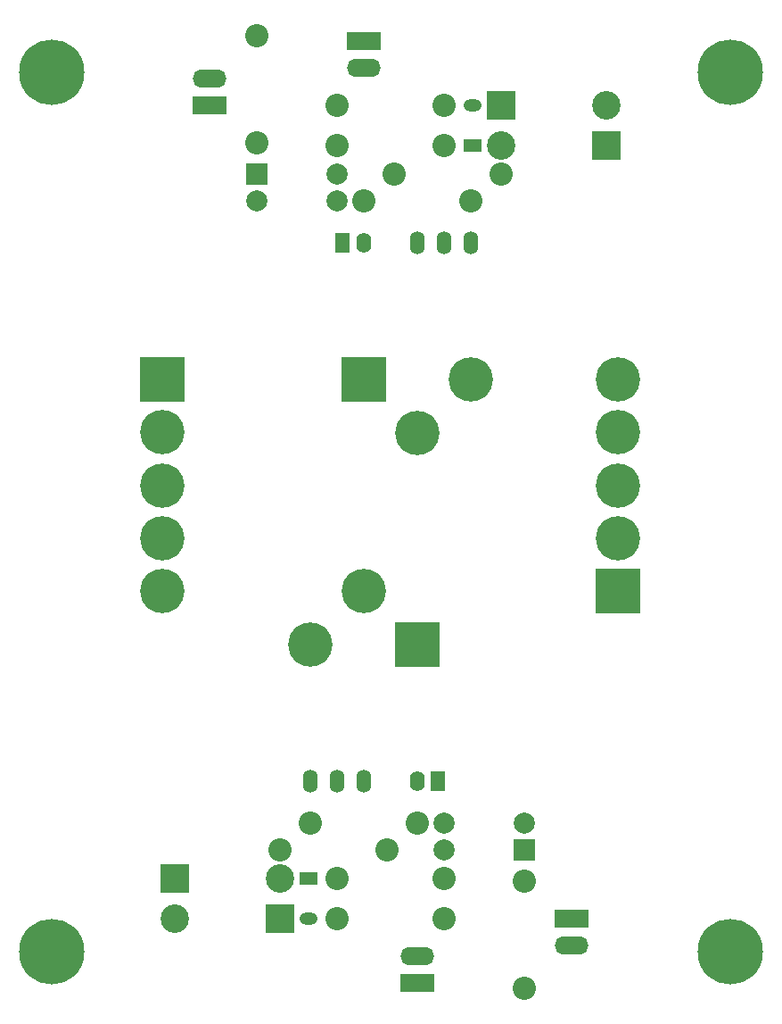
<source format=gts>
G04*
G04 #@! TF.GenerationSoftware,Altium Limited,Altium Designer,23.9.2 (47)*
G04*
G04 Layer_Color=8388736*
%FSLAX24Y24*%
%MOIN*%
G70*
G04*
G04 #@! TF.SameCoordinates,AAFFF98D-1960-493D-9132-569EA71A65ED*
G04*
G04*
G04 #@! TF.FilePolarity,Negative*
G04*
G01*
G75*
%ADD31R,0.0552X0.0749*%
%ADD32R,0.1064X0.1064*%
%ADD33O,0.0671X0.0474*%
%ADD34C,0.0867*%
%ADD35R,0.1261X0.0671*%
%ADD36O,0.0552X0.0749*%
%ADD37C,0.0789*%
%ADD38O,0.1261X0.0671*%
%ADD39R,0.1655X0.1655*%
%ADD40C,0.1655*%
%ADD41R,0.0671X0.0474*%
%ADD42O,0.0552X0.0867*%
%ADD43R,0.1655X0.1655*%
%ADD44C,0.1064*%
%ADD45R,0.0789X0.0789*%
%ADD46C,0.2442*%
D31*
X16435Y8331D02*
D03*
X12860Y28441D02*
D03*
D32*
X10521Y3197D02*
D03*
X18773Y33575D02*
D03*
X22710Y32079D02*
D03*
X6584Y4693D02*
D03*
D33*
X11584Y3197D02*
D03*
X17710Y33575D02*
D03*
D34*
X12647Y3197D02*
D03*
X16647Y33575D02*
D03*
X15647Y6756D02*
D03*
X12647Y33575D02*
D03*
X16647Y32079D02*
D03*
X12647D02*
D03*
X14773Y31016D02*
D03*
X18773D02*
D03*
X9647Y36157D02*
D03*
Y32157D02*
D03*
X19647Y614D02*
D03*
Y4614D02*
D03*
X17647Y30016D02*
D03*
X13647D02*
D03*
X16647Y3197D02*
D03*
X11647Y6756D02*
D03*
X12647Y4693D02*
D03*
X16647D02*
D03*
X14521Y5756D02*
D03*
X10521D02*
D03*
D35*
X15647Y803D02*
D03*
X13647Y35968D02*
D03*
X7876Y33575D02*
D03*
X21419Y3197D02*
D03*
D36*
X15647Y8331D02*
D03*
X13647Y28441D02*
D03*
D37*
X16647Y6756D02*
D03*
X9647Y30016D02*
D03*
X12647Y31016D02*
D03*
Y30016D02*
D03*
X19647Y6756D02*
D03*
X16647Y5756D02*
D03*
D38*
X15647Y1803D02*
D03*
X13647Y34969D02*
D03*
X7876Y34575D02*
D03*
X21419Y2197D02*
D03*
D39*
X15647Y13449D02*
D03*
X13647Y23323D02*
D03*
D40*
X15647Y21323D02*
D03*
X6135Y19386D02*
D03*
X23159Y19386D02*
D03*
X17647Y23323D02*
D03*
X11647Y13449D02*
D03*
X13647Y15449D02*
D03*
X23159Y17417D02*
D03*
Y21354D02*
D03*
Y23323D02*
D03*
X6135Y21354D02*
D03*
Y17417D02*
D03*
Y15449D02*
D03*
D41*
X17710Y32079D02*
D03*
X11584Y4693D02*
D03*
D42*
X15647Y28441D02*
D03*
X16647D02*
D03*
X17647D02*
D03*
X13647Y8331D02*
D03*
X12647D02*
D03*
X11647D02*
D03*
D43*
X23159Y15449D02*
D03*
X6135Y23323D02*
D03*
D44*
X22710Y33575D02*
D03*
X18773Y32079D02*
D03*
X6584Y3197D02*
D03*
X10521Y4693D02*
D03*
D45*
X9647Y31016D02*
D03*
X19647Y5756D02*
D03*
D46*
X1969Y34803D02*
D03*
X27362D02*
D03*
Y1969D02*
D03*
X1969D02*
D03*
M02*

</source>
